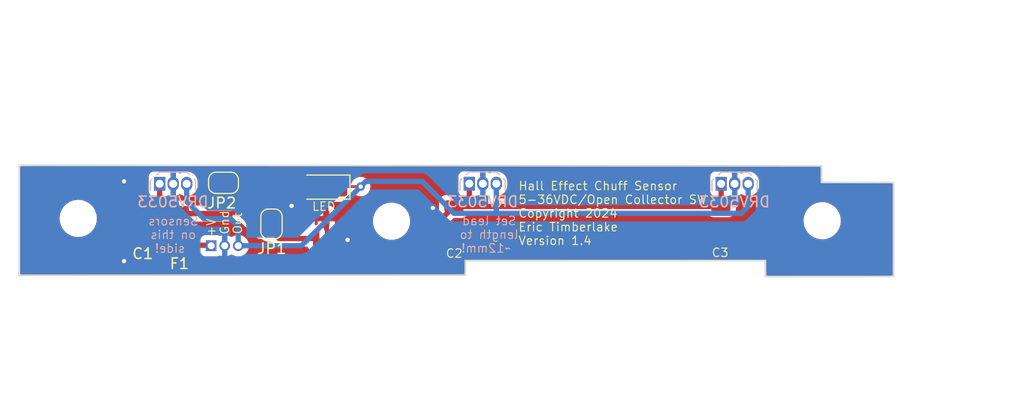
<source format=kicad_pcb>
(kicad_pcb (version 20221018) (generator pcbnew)
  (layers (0 "F.Cu" signal) (31 "B.Cu" signal) (34 "B.Paste" user) (35 "F.Paste" user) (36 "B.SilkS" user "B.Silkscreen") (37 "F.SilkS" user "F.Silkscreen") (38 "B.Mask" user) (39 "F.Mask" user) (44 "Edge.Cuts" user))
  (net 0 "")
  (net 1 "Net-(D1-K)")
  (net 2 "+BATT")
  (net 3 "GND")
  (net 4 "Net-(D1-A)")
  (net 5 "Net-(JP1-B)")
  (net 6 "Net-(JP2-B)")
  (net 7 "Net-(J1-Pin_1)")
  (footprint "Capacitor_SMD:C_1206_3216Metric" (layer "F.Cu") (at 151.9936 97.8297 -90)
    (fp_text reference "C2" (at 2.944648 -0.026672) (layer "F.SilkS") (effects (font (size 0.8 0.8) (thickness 0.1))))
    (fp_text value ".01uf")
    (pad "1" smd roundrect (at -1.475 0 270) (size 1.15 1.8) (layers "F.Cu" "F.Paste" "F.Mask") (roundrect_rratio 0.217391) (net 2 "+BATT"))
    (pad "2" smd roundrect (at 1.475 0 270) (size 1.15 1.8) (layers "F.Cu" "F.Paste" "F.Mask") (roundrect_rratio 0.217391) (net 3 "GND"))
  )
  (footprint "Capacitor_SMD:C_1206_3216Metric" (layer "F.Cu") (at 177.075639 97.756318 -90)
    (fp_text reference "C3" (at 2.948082 0.068429) (layer "F.SilkS") (effects (font (size 0.8 0.8) (thickness 0.1))))
    (fp_text value ".01uf")
    (pad "1" smd roundrect (at -1.475 0 270) (size 1.15 1.8) (layers "F.Cu" "F.Paste" "F.Mask") (roundrect_rratio 0.217391) (net 2 "+BATT"))
    (pad "2" smd roundrect (at 1.475 0 270) (size 1.15 1.8) (layers "F.Cu" "F.Paste" "F.Mask") (roundrect_rratio 0.217391) (net 3 "GND"))
  )
  (footprint "LED_SMD:LED_1206_3216Metric_Pad1.42x1.75mm_HandSolder" (layer "F.Cu") (at 139.7651 94.5388 180)
    (fp_text reference "LED" (at 0 -1.82 180) (layer "F.SilkS") (effects (font (size 0.8 0.8) (thickness 0.1))))
    (fp_text value "RED LED" hide)
    (fp_line (start -2.46 -1.135) (end -2.46 1.135) (stroke (width 0.12)) (layer "F.SilkS"))
    (fp_line (start -2.46 1.135) (end 1.6 1.135) (stroke (width 0.12)) (layer "F.SilkS"))
    (fp_line (start 1.6 -1.135) (end -2.46 -1.135) (stroke (width 0.12)) (layer "F.SilkS"))
    (pad "1" smd roundrect (at -1.4875 0 180) (size 1.425 1.75) (layers "F.Cu" "F.Paste" "F.Mask") (roundrect_rratio 0.175439) (net 1 "Net-(D1-K)"))
    (pad "2" smd roundrect (at 1.4875 0 180) (size 1.425 1.75) (layers "F.Cu" "F.Paste" "F.Mask") (roundrect_rratio 0.175439) (net 4 "Net-(D1-A)"))
  )
  (footprint "MountingHole:MountingHole_3mm" (layer "F.Cu") (at 116.69268 97.48266)
    (fp_text reference "H1" hide)
    (fp_text value "MountingHole" hide)
    (pad "" np_thru_hole circle (at 0 0) (size 3 3) (drill 3) (layers "*.Cu" "*.Mask"))
  )
  (footprint "MountingHole:MountingHole_3mm" (layer "F.Cu") (at 146.13128 97.74428)
    (fp_text reference "H2" hide)
    (fp_text value "MountingHole" hide)
    (pad "" np_thru_hole circle (at 0 0) (size 3 3) (drill 3) (layers "*.Cu" "*.Mask"))
  )
  (footprint "MountingHole:MountingHole_3mm" (layer "F.Cu") (at 186.59602 97.69856)
    (fp_text reference "H3" hide)
    (fp_text value "MountingHole" hide)
    (pad "" np_thru_hole circle (at 0 0) (size 3 3) (drill 3) (layers "*.Cu" "*.Mask"))
  )
  (footprint "Resistor_SMD:R_1206_3216Metric_Pad1.30x1.75mm_HandSolder" (layer "F.Cu") (at 134.6448 94.5642)
    (fp_text reference "R1" hide)
    (fp_text value "2.5k" hide)
    (pad "1" smd roundrect (at -1.55 0) (size 1.3 1.75) (layers "F.Cu" "F.Paste" "F.Mask") (roundrect_rratio 0.192308) (net 6 "Net-(JP2-B)"))
    (pad "2" smd roundrect (at 1.55 0) (size 1.3 1.75) (layers "F.Cu" "F.Paste" "F.Mask") (roundrect_rratio 0.192308) (net 4 "Net-(D1-A)"))
  )
  (footprint "Package_TO_SOT_THT:TO-92Flat" (layer "F.Cu") (at 124.3457 94.225)
    (fp_text reference "U1" hide)
    (fp_text value "DRV5033" (at 1.25 1.7) (layer "B.SilkS") (effects (justify mirror)))
    (fp_line (start -0.88 -0.3) (end -0.88 0.65) (stroke (width 0.12)) (layer "B.SilkS"))
    (fp_line (start -0.73 -0.45) (end -0.88 -0.3) (stroke (width 0.12)) (layer "B.SilkS"))
    (fp_line (start -0.03 -1.1) (end -0.28 -0.85) (stroke (width 0.12)) (layer "B.SilkS"))
    (fp_line (start -0.03 -1.1) (end 2.57 -1.1) (stroke (width 0.12)) (layer "B.SilkS"))
    (fp_line (start 2.57 -1.1) (end 2.82 -0.85) (stroke (width 0.12)) (layer "B.SilkS"))
    (fp_line (start 3.22 -0.45) (end 3.37 -0.3) (stroke (width 0.12)) (layer "B.SilkS"))
    (fp_line (start 3.37 0.65) (end 3.37 -0.3) (stroke (width 0.12)) (layer "B.SilkS"))
    (pad "1" thru_hole rect (at 0 0 180) (size 1.05 1.3) (drill 0.75) (layers "*.Cu" "*.Mask") (net 2 "+BATT"))
    (pad "2" thru_hole oval (at 1.27 0 180) (size 1.05 1.3) (drill 0.75) (layers "*.Cu" "*.Mask") (net 3 "GND"))
    (pad "3" thru_hole oval (at 2.54 0 180) (size 1.05 1.3) (drill 0.75) (layers "*.Cu" "*.Mask") (net 1 "Net-(D1-K)"))
  )
  (footprint "Package_TO_SOT_THT:TO-92Flat" (layer "F.Cu") (at 153.43886 94.21114)
    (fp_text reference "U2" hide)
    (fp_text value "DRV5033" (at 1.25 1.7) (layer "B.SilkS") (effects (justify mirror)))
    (fp_line (start -0.88 -0.3) (end -0.88 0.65) (stroke (width 0.12)) (layer "B.SilkS"))
    (fp_line (start -0.73 -0.45) (end -0.88 -0.3) (stroke (width 0.12)) (layer "B.SilkS"))
    (fp_line (start -0.03 -1.1) (end -0.28 -0.85) (stroke (width 0.12)) (layer "B.SilkS"))
    (fp_line (start -0.03 -1.1) (end 2.57 -1.1) (stroke (width 0.12)) (layer "B.SilkS"))
    (fp_line (start 2.57 -1.1) (end 2.82 -0.85) (stroke (width 0.12)) (layer "B.SilkS"))
    (fp_line (start 3.22 -0.45) (end 3.37 -0.3) (stroke (width 0.12)) (layer "B.SilkS"))
    (fp_line (start 3.37 0.65) (end 3.37 -0.3) (stroke (width 0.12)) (layer "B.SilkS"))
    (pad "1" thru_hole rect (at 0 0 180) (size 1.05 1.3) (drill 0.75) (layers "*.Cu" "*.Mask") (net 2 "+BATT"))
    (pad "2" thru_hole oval (at 1.27 0 180) (size 1.05 1.3) (drill 0.75) (layers "*.Cu" "*.Mask") (net 3 "GND"))
    (pad "3" thru_hole oval (at 2.54 0 180) (size 1.05 1.3) (drill 0.75) (layers "*.Cu" "*.Mask") (net 1 "Net-(D1-K)"))
  )
  (footprint "Package_TO_SOT_THT:TO-92Flat" (layer "F.Cu") (at 177.09896 94.225)
    (fp_text reference "U3" hide)
    (fp_text value "DRV5033" (at 1.25 1.7) (layer "B.SilkS") (effects (justify mirror)))
    (fp_line (start -0.863957 -0.276804) (end -0.863957 0.673196) (stroke (width 0.12)) (layer "B.SilkS"))
    (fp_line (start -0.713957 -0.426804) (end -0.863957 -0.276804) (stroke (width 0.12)) (layer "B.SilkS"))
    (fp_line (start -0.013957 -1.076804) (end -0.263957 -0.826804) (stroke (width 0.12)) (layer "B.SilkS"))
    (fp_line (start 2.55 -1.1) (end -0.05 -1.1) (stroke (width 0.12)) (layer "B.SilkS"))
    (fp_line (start 2.586043 -1.076804) (end 2.836043 -0.826804) (stroke (width 0.12)) (layer "B.SilkS"))
    (fp_line (start 3.236043 -0.426804) (end 3.386043 -0.276804) (stroke (width 0.12)) (layer "B.SilkS"))
    (fp_line (start 3.386043 0.673196) (end 3.386043 -0.276804) (stroke (width 0.12)) (layer "B.SilkS"))
    (pad "1" thru_hole rect (at 0 0 180) (size 1.05 1.3) (drill 0.75) (layers "*.Cu" "*.Mask") (net 2 "+BATT"))
    (pad "2" thru_hole oval (at 1.27 0 180) (size 1.05 1.3) (drill 0.75) (layers "*.Cu" "*.Mask") (net 3 "GND"))
    (pad "3" thru_hole oval (at 2.54 0 180) (size 1.05 1.3) (drill 0.75) (layers "*.Cu" "*.Mask") (net 1 "Net-(D1-K)"))
  )
  (footprint "Package_TO_SOT_SMD:SOT-23" (layer "F.Cu") (at 139.05 98.4375 -90)
    (fp_text reference "Q1" hide)
    (fp_text value "ZXTR2105F-7" hide)
    (pad "1" smd roundrect (at -0.9375 -0.95 270) (size 1.475 0.6) (layers "F.Cu" "F.Paste" "F.Mask") (net 3 "GND"))
    (pad "2" smd roundrect (at -0.9375 0.95 270) (size 1.475 0.6) (layers "F.Cu" "F.Paste" "F.Mask") (net 5 "Net-(JP1-B)"))
    (pad "3" smd roundrect (at 0.9375 0 270) (size 1.475 0.6) (layers "F.Cu" "F.Paste" "F.Mask") (net 2 "+BATT"))
  )
  (footprint "Capacitor_SMD:C_1206_3216Metric" (layer "F.Cu") (at 122.7328 97.6122 -90)
    (fp_text reference "C1" (at 3.184852 -0.019217) (layer "F.SilkS"))
    (fp_text value ".01uf")
    (pad "1" smd roundrect (at -1.475 0 270) (size 1.15 1.8) (layers "F.Cu" "F.Paste" "F.Mask") (roundrect_rratio 0.217391) (net 2 "+BATT"))
    (pad "2" smd roundrect (at 1.475 0 270) (size 1.15 1.8) (layers "F.Cu" "F.Paste" "F.Mask") (roundrect_rratio 0.217391) (net 3 "GND"))
  )
  (footprint "Fuse:Fuse_1206_3216Metric_Pad1.42x1.75mm_HandSolder" (layer "F.Cu") (at 126.216206 98.5125 -90)
    (fp_text reference "F1" (at 3.226344 0.018611) (layer "F.SilkS"))
    (fp_text value "100ma" hide)
    (pad "1" smd roundrect (at -1.4875 0 270) (size 1.425 1.75) (layers "F.Cu" "F.Paste" "F.Mask") (roundrect_rratio 0.175439) (net 2 "+BATT"))
    (pad "2" smd roundrect (at 1.4875 0 270) (size 1.425 1.75) (layers "F.Cu" "F.Paste" "F.Mask") (roundrect_rratio 0.175439) (net 7 "Net-(J1-Pin_1)"))
  )
  (footprint "Jumper:SolderJumper-2_P1.3mm_Open_RoundedPad1.0x1.5mm" (layer "F.Cu") (at 134.85 98 90)
    (fp_text reference "JP1" (at -2.314671 0.030454 180) (layer "F.SilkS"))
    (fp_text value "SolderJumper_2_Open" hide)
    (fp_line (start -1.4 0.3) (end -1.4 -0.3) (stroke (width 0.12)) (layer "F.SilkS"))
    (fp_line (start -0.7 -1) (end 0.7 -1) (stroke (width 0.12)) (layer "F.SilkS"))
    (fp_line (start 0.7 1) (end -0.7 1) (stroke (width 0.12)) (layer "F.SilkS"))
    (fp_line (start 1.4 -0.3) (end 1.4 0.3) (stroke (width 0.12)) (layer "F.SilkS"))
    (fp_arc (start -1.4 -0.3) (mid -1.194975 -0.794975) (end -0.7 -1) (stroke (width 0.12)) (layer "F.SilkS"))
    (fp_arc (start -0.7 1) (mid -1.194975 0.794975) (end -1.4 0.3) (stroke (width 0.12)) (layer "F.SilkS"))
    (fp_arc (start 0.7 -1) (mid 1.194975 -0.794975) (end 1.4 -0.3) (stroke (width 0.12)) (layer "F.SilkS"))
    (fp_arc (start 1.4 0.3) (mid 1.194975 0.794975) (end 0.7 1) (stroke (width 0.12)) (layer "F.SilkS"))
    (pad "1" smd custom (at -0.65 0 90) (size 1 0.5) (layers "F.Cu" "F.Mask") (net 2 "+BATT") (options (clearance outline) (anchor rect)) (primitives (gr_circle (center 0 0.25) (end 0.5 0.25) (width 0) (fill yes)) (gr_circle (center 0 -0.25) (end 0.5 -0.25) (width 0) (fill yes)) (gr_poly (pts (xy 0.5 0.75) (xy 0 0.75) (xy 0 -0.75) (xy 0.5 -0.75)) (width 0) (fill yes))))
    (pad "2" smd custom (at 0.65 0 90) (size 1 0.5) (layers "F.Cu" "F.Mask") (net 5 "Net-(JP1-B)") (options (clearance outline) (anchor rect)) (primitives (gr_circle (center 0 0.25) (end 0.5 0.25) (width 0) (fill yes)) (gr_circle (center 0 -0.25) (end 0.5 -0.25) (width 0) (fill yes)) (gr_poly (pts (xy 0 0.75) (xy -0.5 0.75) (xy -0.5 -0.75) (xy 0 -0.75)) (width 0) (fill yes))))
  )
  (footprint "Jumper:SolderJumper-2_P1.3mm_Open_RoundedPad1.0x1.5mm" (layer "F.Cu") (at 130.3424 94.1324)
    (fp_text reference "JP2" (at -0.1674 1.905) (layer "F.SilkS"))
    (fp_text value "SolderJumper_2_Open" hide)
    (fp_line (start -1.4 0.3) (end -1.4 -0.3) (stroke (width 0.12)) (layer "F.SilkS"))
    (fp_line (start -0.7 -1) (end 0.7 -1) (stroke (width 0.12)) (layer "F.SilkS"))
    (fp_line (start 0.7 1) (end -0.7 1) (stroke (width 0.12)) (layer "F.SilkS"))
    (fp_line (start 1.4 -0.3) (end 1.4 0.3) (stroke (width 0.12)) (layer "F.SilkS"))
    (fp_arc (start -1.4 -0.3) (mid -1.194975 -0.794975) (end -0.7 -1) (stroke (width 0.12)) (layer "F.SilkS"))
    (fp_arc (start -0.7 1) (mid -1.194975 0.794975) (end -1.4 0.3) (stroke (width 0.12)) (layer "F.SilkS"))
    (fp_arc (start 0.7 -1) (mid 1.194975 -0.794975) (end 1.4 -0.3) (stroke (width 0.12)) (layer "F.SilkS"))
    (fp_arc (start 1.4 0.3) (mid 1.194975 0.794975) (end 0.7 1) (stroke (width 0.12)) (layer "F.SilkS"))
    (pad "1" smd custom (at -0.65 0) (size 1 0.5) (layers "F.Cu" "F.Mask") (net 5 "Net-(JP1-B)") (options (clearance outline) (anchor rect)) (primitives (gr_circle (center 0 0.25) (end 0.5 0.25) (width 0) (fill yes)) (gr_circle (center 0 -0.25) (end 0.5 -0.25) (width 0) (fill yes)) (gr_poly (pts (xy 0.5 0.75) (xy 0 0.75) (xy 0 -0.75) (xy 0.5 -0.75)) (width 0) (fill yes))))
    (pad "2" smd custom (at 0.65 0) (size 1 0.5) (layers "F.Cu" "F.Mask") (net 6 "Net-(JP2-B)") (options (clearance outline) (anchor rect)) (primitives (gr_circle (center 0 0.25) (end 0.5 0.25) (width 0) (fill yes)) (gr_circle (center 0 -0.25) (end 0.5 -0.25) (width 0) (fill yes)) (gr_poly (pts (xy 0 0.75) (xy -0.5 0.75) (xy -0.5 -0.75) (xy 0 -0.75)) (width 0) (fill yes))))
  )
  (footprint "Connector_PinHeader_1.27mm:PinHeader_1x03_P1.27mm_Vertical" (layer "F.Cu") (at 129.1844 100.0506 90)
    (fp_text reference "J1" hide)
    (fp_text value "Wire Harness" hide)
    (pad "1" thru_hole rect (at 0 0 90) (size 1 1) (drill 0.65) (layers "*.Cu" "*.Mask") (net 7 "Net-(J1-Pin_1)"))
    (pad "2" thru_hole oval (at 0 1.27 90) (size 1 1) (drill 0.65) (layers "*.Cu" "*.Mask") (net 3 "GND"))
    (pad "3" thru_hole oval (at 0 2.54 90) (size 1 1) (drill 0.65) (layers "*.Cu" "*.Mask") (net 1 "Net-(D1-K)"))
  )
  (gr_line (start 186.5249 92.53982) (end 186.5249 94.09684) (stroke (width 0.15)) (layer "Edge.Cuts"))
  (gr_line (start 193.294 102.93858) (end 181.26964 102.94366) (stroke (width 0.15)) (layer "Edge.Cuts"))
  (gr_line (start 153.05786 102.81158) (end 111.15802 102.82936) (stroke (width 0.15)) (layer "Edge.Cuts"))
  (gr_line (start 181.26964 102.94366) (end 181.26202 101.43744) (stroke (width 0.15)) (layer "Edge.Cuts"))
  (gr_line (start 181.26202 101.43744) (end 153.05786 101.44506) (stroke (width 0.15)) (layer "Edge.Cuts"))
  (gr_line (start 111.15802 92.48902) (end 186.52236 92.54744) (stroke (width 0.15)) (layer "Edge.Cuts"))
  (gr_line (start 111.15802 102.82936) (end 111.15802 92.48902) (stroke (width 0.15)) (layer "Edge.Cuts"))
  (gr_line (start 153.05786 101.44506) (end 153.05786 102.81158) (stroke (width 0.15)) (layer "Edge.Cuts"))
  (gr_line (start 193.29908 94.107) (end 193.294 102.93858) (stroke (width 0.15)) (layer "Edge.Cuts"))
  (gr_line (start 186.5249 94.09684) (end 193.29908 94.107) (stroke (width 0.15)) (layer "Edge.Cuts"))
  (gr_text "Sensors \non this \nside!" (at 125.313175 99.018776) (layer "B.SilkS") (effects (font (size 0.8 0.8) (thickness 0.1)) (justify mirror)))
  (gr_text "Set lead \nlength to \n~12mm!" (at 155 99) (layer "B.SilkS") (effects (font (size 0.8 0.8) (thickness 0.1)) (justify mirror)))
  (gr_text "Gnd" (at 130.4544 97.8662 90) (layer "F.SilkS") (effects (font (size 0.8 0.8) (thickness 0.1))))
  (gr_text "+V" (at 129.1844 98.3234 90) (layer "F.SilkS") (effects (font (size 0.8 0.8) (thickness 0.1))))
  (gr_text "Hall Effect Chuff Sensor\n5-36VDC/Open Collector SW\nCopyright 2024  \nEric Timberlake\nVersion 1.4" (at 158 97) (layer "F.SilkS") (effects (font (size 0.8 0.8) (thickness 0.1)) (justify left)))
  (gr_text "Out" (at 131.6736 97.9424 90) (layer "F.SilkS") (effects (font (size 0.8 0.8) (thickness 0.1))))
  (segment (start 141.65118 94.488) (end 141.5826 94.41942) (width 0.25) (layer "F.Cu") (net 1))
  (segment (start 143.2306 94.488) (end 141.65118 94.488) (width 0.25) (layer "F.Cu") (net 1))
  (via (at 143.2306 94.488) (size 0.8) (drill 0.4) (layers "F.Cu" "B.Cu") (net 1))
  (segment (start 155.97886 96.97886) (end 156 97) (width 0.5) (layer "B.Cu") (net 1))
  (segment (start 179.63896 96.36104) (end 179 97) (width 0.5) (layer "B.Cu") (net 1))
  (segment (start 152 97) (end 149 94) (width 0.5) (layer "B.Cu") (net 1))
  (segment (start 131.7244 98.2244) (end 131 97.5) (width 0.5) (layer "B.Cu") (net 1))
  (segment (start 156 97) (end 152 97) (width 0.5) (layer "B.Cu") (net 1))
  (segment (start 131.7244 100.0506) (end 131.7244 98.2244) (width 0.5) (layer "B.Cu") (net 1))
  (segment (start 143.7186 94) (end 143.2306 94.488) (width 0.5) (layer "B.Cu") (net 1))
  (segment (start 131.7244 100.0506) (end 137.668 100.0506) (width 0.5) (layer "B.Cu") (net 1))
  (segment (start 137.668 100.0506) (end 143.2306 94.488) (width 0.5) (layer "B.Cu") (net 1))
  (segment (start 131 97.5) (end 128.5 97.5) (width 0.5) (layer "B.Cu") (net 1))
  (segment (start 179 97) (end 156 97) (width 0.5) (layer "B.Cu") (net 1))
  (segment (start 179.63896 94.225) (end 179.63896 96.36104) (width 0.5) (layer "B.Cu") (net 1))
  (segment (start 128.5 97.5) (end 126.8857 95.8857) (width 0.5) (layer "B.Cu") (net 1))
  (segment (start 126.8857 95.8857) (end 126.8857 93.99778) (width 0.5) (layer "B.Cu") (net 1))
  (segment (start 155.97886 94.21114) (end 155.97886 96.97886) (width 0.5) (layer "B.Cu") (net 1))
  (segment (start 149 94) (end 143.7186 94) (width 0.5) (layer "B.Cu") (net 1))
  (segment (start 125.27996 97.025) (end 126.216206 97.025) (width 0.5) (layer "F.Cu") (net 2))
  (segment (start 140.675 101) (end 147.3483 101) (width 0.5) (layer "F.Cu") (net 2))
  (segment (start 125.27996 97.025) (end 124.3457 96.09074) (width 0.5) (layer "F.Cu") (net 2))
  (segment (start 122.7328 96.0374) (end 124.29236 96.0374) (width 0.5) (layer "F.Cu") (net 2))
  (segment (start 177.09896 93.93428) (end 177.09896 96.25574) (width 0.5) (layer "F.Cu") (net 2))
  (segment (start 153.43886 94.21114) (end 153.43886 96.29356) (width 0.5) (layer "F.Cu") (net 2))
  (segment (start 153.43886 96.29356) (end 153.5 96.3547) (width 0.5) (layer "F.Cu") (net 2))
  (segment (start 135.575 99.375) (end 139.05 99.375) (width 0.5) (layer "F.Cu") (net 2))
  (segment (start 153.5 96.3547) (end 177 96.3547) (width 0.5) (layer "F.Cu") (net 2))
  (segment (start 151.9936 96.3547) (end 153.5 96.3547) (width 0.5) (layer "F.Cu") (net 2))
  (segment (start 124.3457 96.09074) (end 124.3457 93.99778) (width 0.5) (layer "F.Cu") (net 2))
  (segment (start 133.85 98.65) (end 134.85 98.65) (width 0.5) (layer "F.Cu") (net 2))
  (segment (start 124.29236 96.0374) (end 124.3457 96.09074) (width 0.25) (layer "F.Cu") (net 2))
  (segment (start 125.00102 96.74606) (end 124.3457 96.09074) (width 0.5) (layer "F.Cu") (net 2))
  (segment (start 126.216206 97.025) (end 132.225 97.025) (width 0.5) (layer "F.Cu") (net 2))
  (segment (start 134.85 98.65) (end 135.575 99.375) (width 0.5) (layer "F.Cu") (net 2))
  (segment (start 177.09896 96.25574) (end 177 96.3547) (width 0.5) (layer "F.Cu") (net 2))
  (segment (start 132.225 97.025) (end 133.85 98.65) (width 0.5) (layer "F.Cu") (net 2))
  (segment (start 139.05 99.375) (end 140.675 101) (width 0.5) (layer "F.Cu") (net 2))
  (segment (start 122.7328 96.0497) (end 122.7328 96.0374) (width 0.25) (layer "F.Cu") (net 2))
  (segment (start 147.3483 101) (end 151.9936 96.3547) (width 0.5) (layer "F.Cu") (net 2))
  (via (at 121 94) (size 0.8) (drill 0.4) (layers "F.Cu" "B.Cu") (net 3))
  (via (at 121 101.5) (size 0.8) (drill 0.4) (layers "F.Cu" "B.Cu") (net 3))
  (via (at 142 99.5) (size 0.8) (drill 0.4) (layers "F.Cu" "B.Cu") (net 3))
  (via (at 136.737582 96.300375) (size 0.8) (drill 0.4) (layers "F.Cu" "B.Cu") (net 3))
  (via (at 150 96.5) (size 0.8) (drill 0.4) (layers "F.Cu" "B.Cu") (net 3))
  (segment (start 135.80618 94.5642) (end 138.63782 94.5642) (width 0.25) (layer "F.Cu") (net 4))
  (segment (start 138.63782 94.5642) (end 138.7826 94.41942) (width 0.25) (layer "F.Cu") (net 4))
  (segment (start 133.731 96.2152) (end 133.731 96.231) (width 0.25) (layer "F.Cu") (net 5))
  (segment (start 137.95 97.35) (end 138.1 97.5) (width 0.25) (layer "F.Cu") (net 5))
  (segment (start 133.731 96.231) (end 134.85 97.35) (width 0.25) (layer "F.Cu") (net 5))
  (segment (start 129.6924 94.1324) (end 129.6924 95.5802) (width 0.25) (layer "F.Cu") (net 5))
  (segment (start 129.6924 95.5802) (end 130.3274 96.2152) (width 0.25) (layer "F.Cu") (net 5))
  (segment (start 134.85 97.35) (end 137.95 97.35) (width 0.25) (layer "F.Cu") (net 5))
  (segment (start 130.3274 96.2152) (end 133.731 96.2152) (width 0.25) (layer "F.Cu") (net 5))
  (segment (start 133.0948 94.5642) (end 131.4242 94.5642) (width 0.25) (layer "F.Cu") (net 6))
  (segment (start 131.4242 94.5642) (end 130.9924 94.1324) (width 0.25) (layer "F.Cu") (net 6))
  (segment (start 129.1338 100) (end 129.1844 100.0506) (width 0.5) (layer "F.Cu") (net 7))
  (segment (start 126.216206 100) (end 129.1338 100) (width 0.5) (layer "F.Cu") (net 7))
  (zone (net 3) (net_name "GND") (layer "F.Cu") (connect_pads (clearance 0.508)) (min_thickness 0.254) (fill yes (thermal_gap 0.508) (thermal_bridge_width 0.508))
    (polygon (pts (xy 109.63402 90.75674) (xy 195.8467 90.46718) (xy 195.99148 105.36936) (xy 109.34192 103.76916)))
  )
  (zone (net 3) (net_name "GND") (layer "B.Cu") (connect_pads (clearance 0.508)) (min_thickness 0.254) (fill yes (thermal_gap 0.508) (thermal_bridge_width 0.508))
    (polygon (pts (xy 109.92612 91.11996) (xy 195.55714 90.61196) (xy 195.55714 104.64292) (xy 110.21568 104.35082)))
  )
)
</source>
